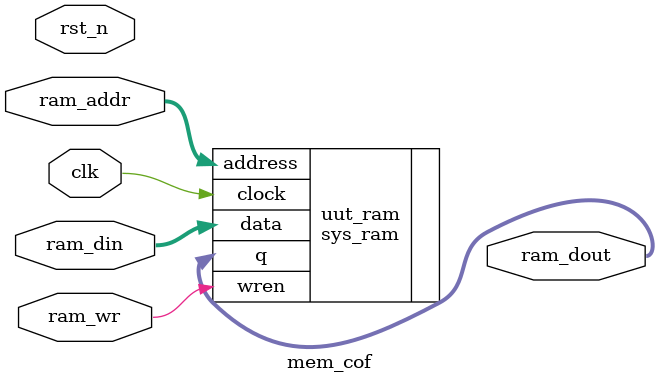
<source format=v>
`timescale 1ns / 1ps
module mem_cof(
			clk,rst_n,
			ram_wr,ram_addr,ram_din,ram_dout
		);

input clk;		//ÏµÍ³ÊäÈëÊ±ÖÓ£¬25M
input rst_n;	//ÏµÍ³·þÎñÐÅºÅ£¬µÍÓÐÐ§

input ram_wr;			//RAMÐ´ÈëÊ¹ÄÜÐÅºÅ£¬¸ß±íÊ¾Ð´Èë
input[11:0] ram_addr;	//RAMµØÖ·×ÜÏß

input[7:0]  ram_din;		//RAMÐ´ÈëÊý¾Ý×ÜÏß
output[7:0] ram_dout;		//RAM¶Á³öÊý¾Ý×ÜÏß


//Àý»¯M4KÉú³ÉµÄRAM
sys_ram 	uut_ram(
				.address(ram_addr),
				.clock(clk),
				.data(ram_din),
				.wren(ram_wr),
				.q(ram_dout)
			);


endmodule


</source>
